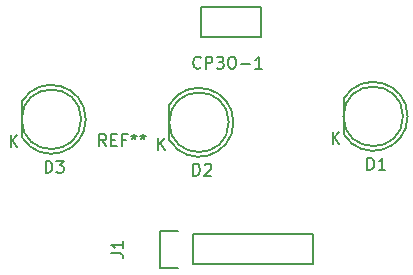
<source format=gbr>
G04 #@! TF.FileFunction,Legend,Top*
%FSLAX46Y46*%
G04 Gerber Fmt 4.6, Leading zero omitted, Abs format (unit mm)*
G04 Created by KiCad (PCBNEW 4.0.0-rc2-stable) date 16-4-2016 22:36:50*
%MOMM*%
G01*
G04 APERTURE LIST*
%ADD10C,0.100000*%
%ADD11C,0.150000*%
G04 APERTURE END LIST*
D10*
D11*
X28250000Y-37300000D02*
X26700000Y-37300000D01*
X26700000Y-37300000D02*
X26700000Y-34200000D01*
X26700000Y-34200000D02*
X28250000Y-34200000D01*
X29520000Y-34480000D02*
X39680000Y-34480000D01*
X39680000Y-34480000D02*
X39680000Y-37020000D01*
X39680000Y-37020000D02*
X29520000Y-37020000D01*
X29520000Y-34480000D02*
X29520000Y-37020000D01*
X35230000Y-17770000D02*
X30150000Y-17770000D01*
X30150000Y-17770000D02*
X30150000Y-15230000D01*
X30150000Y-15230000D02*
X35230000Y-15230000D01*
X35230000Y-15230000D02*
X35230000Y-17770000D01*
X42285112Y-26024904D02*
G75*
G03X42270000Y-23000000I2484888J1524904D01*
G01*
X42270000Y-26000000D02*
X42270000Y-23000000D01*
X47287936Y-24500000D02*
G75*
G03X47287936Y-24500000I-2517936J0D01*
G01*
X27535112Y-26524904D02*
G75*
G03X27520000Y-23500000I2484888J1524904D01*
G01*
X27520000Y-26500000D02*
X27520000Y-23500000D01*
X32537936Y-25000000D02*
G75*
G03X32537936Y-25000000I-2517936J0D01*
G01*
X15035112Y-26274904D02*
G75*
G03X15020000Y-23250000I2484888J1524904D01*
G01*
X15020000Y-26250000D02*
X15020000Y-23250000D01*
X20037936Y-24750000D02*
G75*
G03X20037936Y-24750000I-2517936J0D01*
G01*
X22602381Y-36083333D02*
X23316667Y-36083333D01*
X23459524Y-36130953D01*
X23554762Y-36226191D01*
X23602381Y-36369048D01*
X23602381Y-36464286D01*
X23602381Y-35083333D02*
X23602381Y-35654762D01*
X23602381Y-35369048D02*
X22602381Y-35369048D01*
X22745238Y-35464286D01*
X22840476Y-35559524D01*
X22888095Y-35654762D01*
X30155366Y-20357263D02*
X30107747Y-20404882D01*
X29964890Y-20452501D01*
X29869652Y-20452501D01*
X29726794Y-20404882D01*
X29631556Y-20309644D01*
X29583937Y-20214406D01*
X29536318Y-20023930D01*
X29536318Y-19881072D01*
X29583937Y-19690596D01*
X29631556Y-19595358D01*
X29726794Y-19500120D01*
X29869652Y-19452501D01*
X29964890Y-19452501D01*
X30107747Y-19500120D01*
X30155366Y-19547739D01*
X30583937Y-20452501D02*
X30583937Y-19452501D01*
X30964890Y-19452501D01*
X31060128Y-19500120D01*
X31107747Y-19547739D01*
X31155366Y-19642977D01*
X31155366Y-19785834D01*
X31107747Y-19881072D01*
X31060128Y-19928691D01*
X30964890Y-19976310D01*
X30583937Y-19976310D01*
X31679175Y-19928691D02*
X31869652Y-19928691D01*
X31536318Y-19500120D02*
X31631556Y-19452501D01*
X31869652Y-19452501D01*
X31964890Y-19500120D01*
X32012509Y-19547739D01*
X32060128Y-19642977D01*
X32060128Y-19738215D01*
X32012509Y-19833453D01*
X31964890Y-19881072D01*
X31869652Y-19928691D01*
X32012509Y-19976310D01*
X32060128Y-20023930D01*
X32107747Y-20119168D01*
X32107747Y-20262025D01*
X32060128Y-20357263D01*
X32012509Y-20404882D01*
X31917271Y-20452501D01*
X31631556Y-20452501D01*
X31536318Y-20404882D01*
X32726794Y-19452501D02*
X32917271Y-19452501D01*
X33012509Y-19500120D01*
X33107747Y-19595358D01*
X33155366Y-19785834D01*
X33155366Y-20119168D01*
X33107747Y-20309644D01*
X33012509Y-20404882D01*
X32917271Y-20452501D01*
X32726794Y-20452501D01*
X32631556Y-20404882D01*
X32536318Y-20309644D01*
X32488699Y-20119168D01*
X32488699Y-19785834D01*
X32536318Y-19595358D01*
X32631556Y-19500120D01*
X32726794Y-19452501D01*
X33583937Y-20071549D02*
X34345842Y-20071549D01*
X35345842Y-20452501D02*
X34774413Y-20452501D01*
X35060127Y-20452501D02*
X35060127Y-19452501D01*
X34964889Y-19595358D01*
X34869651Y-19690596D01*
X34774413Y-19738215D01*
X44285905Y-29016381D02*
X44285905Y-28016381D01*
X44524000Y-28016381D01*
X44666858Y-28064000D01*
X44762096Y-28159238D01*
X44809715Y-28254476D01*
X44857334Y-28444952D01*
X44857334Y-28587810D01*
X44809715Y-28778286D01*
X44762096Y-28873524D01*
X44666858Y-28968762D01*
X44524000Y-29016381D01*
X44285905Y-29016381D01*
X45809715Y-29016381D02*
X45238286Y-29016381D01*
X45524000Y-29016381D02*
X45524000Y-28016381D01*
X45428762Y-28159238D01*
X45333524Y-28254476D01*
X45238286Y-28302095D01*
X41333095Y-26857381D02*
X41333095Y-25857381D01*
X41904524Y-26857381D02*
X41475952Y-26285952D01*
X41904524Y-25857381D02*
X41333095Y-26428810D01*
X29535905Y-29516381D02*
X29535905Y-28516381D01*
X29774000Y-28516381D01*
X29916858Y-28564000D01*
X30012096Y-28659238D01*
X30059715Y-28754476D01*
X30107334Y-28944952D01*
X30107334Y-29087810D01*
X30059715Y-29278286D01*
X30012096Y-29373524D01*
X29916858Y-29468762D01*
X29774000Y-29516381D01*
X29535905Y-29516381D01*
X30488286Y-28611619D02*
X30535905Y-28564000D01*
X30631143Y-28516381D01*
X30869239Y-28516381D01*
X30964477Y-28564000D01*
X31012096Y-28611619D01*
X31059715Y-28706857D01*
X31059715Y-28802095D01*
X31012096Y-28944952D01*
X30440667Y-29516381D01*
X31059715Y-29516381D01*
X26583095Y-27357381D02*
X26583095Y-26357381D01*
X27154524Y-27357381D02*
X26725952Y-26785952D01*
X27154524Y-26357381D02*
X26583095Y-26928810D01*
X17035905Y-29266381D02*
X17035905Y-28266381D01*
X17274000Y-28266381D01*
X17416858Y-28314000D01*
X17512096Y-28409238D01*
X17559715Y-28504476D01*
X17607334Y-28694952D01*
X17607334Y-28837810D01*
X17559715Y-29028286D01*
X17512096Y-29123524D01*
X17416858Y-29218762D01*
X17274000Y-29266381D01*
X17035905Y-29266381D01*
X17940667Y-28266381D02*
X18559715Y-28266381D01*
X18226381Y-28647333D01*
X18369239Y-28647333D01*
X18464477Y-28694952D01*
X18512096Y-28742571D01*
X18559715Y-28837810D01*
X18559715Y-29075905D01*
X18512096Y-29171143D01*
X18464477Y-29218762D01*
X18369239Y-29266381D01*
X18083524Y-29266381D01*
X17988286Y-29218762D01*
X17940667Y-29171143D01*
X14083095Y-27107381D02*
X14083095Y-26107381D01*
X14654524Y-27107381D02*
X14225952Y-26535952D01*
X14654524Y-26107381D02*
X14083095Y-26678810D01*
X22166667Y-27002381D02*
X21833333Y-26526190D01*
X21595238Y-27002381D02*
X21595238Y-26002381D01*
X21976191Y-26002381D01*
X22071429Y-26050000D01*
X22119048Y-26097619D01*
X22166667Y-26192857D01*
X22166667Y-26335714D01*
X22119048Y-26430952D01*
X22071429Y-26478571D01*
X21976191Y-26526190D01*
X21595238Y-26526190D01*
X22595238Y-26478571D02*
X22928572Y-26478571D01*
X23071429Y-27002381D02*
X22595238Y-27002381D01*
X22595238Y-26002381D01*
X23071429Y-26002381D01*
X23833334Y-26478571D02*
X23500000Y-26478571D01*
X23500000Y-27002381D02*
X23500000Y-26002381D01*
X23976191Y-26002381D01*
X24500000Y-26002381D02*
X24500000Y-26240476D01*
X24261905Y-26145238D02*
X24500000Y-26240476D01*
X24738096Y-26145238D01*
X24357143Y-26430952D02*
X24500000Y-26240476D01*
X24642858Y-26430952D01*
X25261905Y-26002381D02*
X25261905Y-26240476D01*
X25023810Y-26145238D02*
X25261905Y-26240476D01*
X25500001Y-26145238D01*
X25119048Y-26430952D02*
X25261905Y-26240476D01*
X25404763Y-26430952D01*
M02*

</source>
